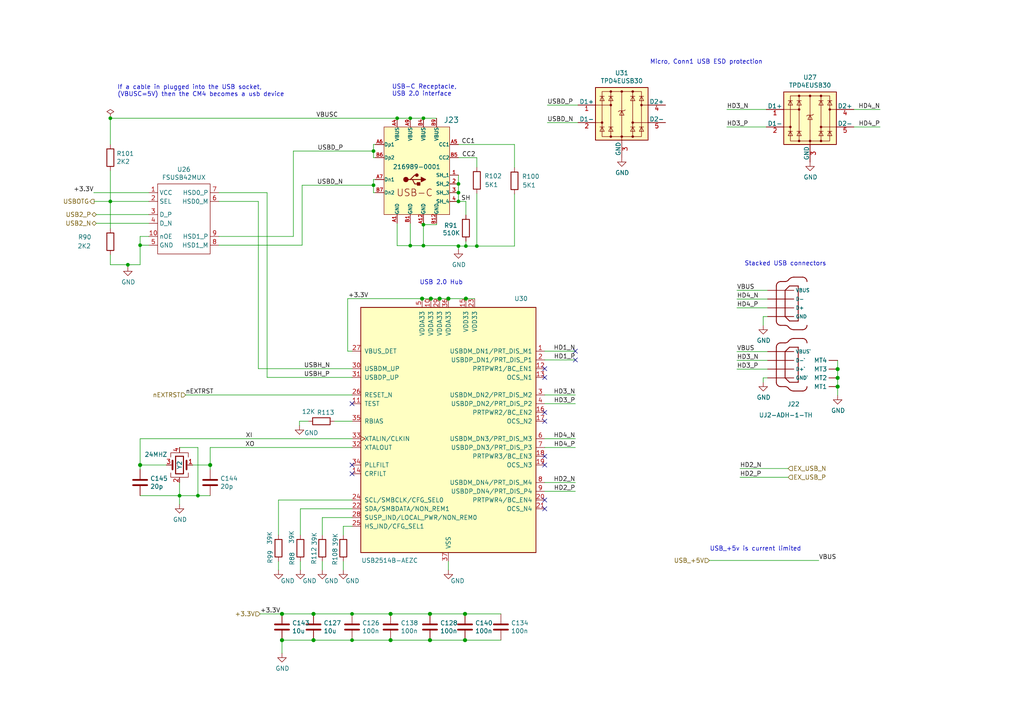
<source format=kicad_sch>
(kicad_sch (version 20231120) (generator "eeschema") (generator_version "8.0")
  (paper "A4")
  (title_block (title "Hexa-Pi") (date "2024-01/02") (rev "1.0") (company "Coxyz") (comment 1 "fjc"))
  (lib_symbols
    (symbol "CM4IO:216989-0001" (pin_names (offset 0.01))
      (property "Reference" "J" (at -19.05 -2.54 0))
      (property "Value" "216989-0001" (at -24.13 -6.35 0))
      (symbol "216989-0001_0_0"
        (text "USB-C" (at -17.78 -13.97 0) (effects (font (size 2 2))))
      )
      (symbol "216989-0001_0_1"
        (circle (center -20.32 -10.16) (radius 0.635) (stroke (width 0.254)) (fill (type outline)))
        (circle (center -17.145 -8.89) (radius 0.381) (stroke (width 0.254)) (fill (type outline)))
        (rectangle (start -16.256 -11.049) (end -17.018 -11.811) (stroke (width 0.254)) (fill (type outline)))
        (polyline (pts (xy -18.415 -10.16) (xy -15.875 -10.16)) (stroke (width 0.254)))
        (polyline (pts (xy -19.685 -10.16) (xy -19.05 -10.16) (xy -17.78 -8.89) (xy -17.145 -8.89)) (stroke (width 0.254)))
        (polyline (pts (xy -19.05 -10.16) (xy -18.415 -10.16) (xy -17.78 -11.43) (xy -16.51 -11.43)) (stroke (width 0.254)))
        (polyline (pts (xy -15.875 -9.525) (xy -15.875 -10.795) (xy -14.605 -10.16) (xy -15.875 -9.525)) (stroke (width 0.254)) (fill (type outline)))
      )
      (symbol "216989-0001_1_1"
        (rectangle (start -26.67 5.08) (end -7.62 -20.32) (fill (type background)))
        (pin passive line (at -5.08 -8.89 180) (length 2.54) (name "SH_1") (number "1"))
        (pin passive line (at -5.08 -11.43 180) (length 2.54) (name "SH_2") (number "2"))
        (pin passive line (at -5.08 -13.97 180) (length 2.54) (name "SH_3") (number "3"))
        (pin passive line (at -5.08 -16.51 180) (length 2.54) (name "SH_4") (number "4"))
        (pin power_in line (at -22.86 -22.86 90) (length 2.54) (name "GND") (number "A1"))
        (pin power_in line (at -15.24 -22.86 90) (length 2.54) (name "GND") (number "A12"))
        (pin passive line (at -22.86 7.62 270) (length 2.54) (name "VBUS") (number "A4"))
        (pin passive line (at -5.08 0 180) (length 2.54) (name "CC1") (number "A5"))
        (pin passive line (at -29.21 0 0) (length 2.54) (name "Dp1") (number "A6"))
        (pin passive line (at -29.21 -10.16 0) (length 2.54) (name "Dn1") (number "A7"))
        (pin power_in line (at -19.05 7.62 270) (length 2.54) (name "VBUS") (number "A9"))
        (pin power_in line (at -19.05 -22.86 90) (length 2.54) (name "GND") (number "B1"))
        (pin power_in line (at -11.43 -22.86 90) (length 2.54) (name "GND") (number "B12"))
        (pin passive line (at -15.24 7.62 270) (length 2.54) (name "VBUS") (number "B4"))
        (pin passive line (at -5.08 -3.81 180) (length 2.54) (name "CC2") (number "B5"))
        (pin passive line (at -29.21 -3.81 0) (length 2.54) (name "Dp2") (number "B6"))
        (pin passive line (at -29.21 -13.97 0) (length 2.54) (name "Dn2") (number "B7"))
        (pin passive line (at -11.43 7.62 270) (length 2.54) (name "VBUS") (number "B9"))
      )
    )
    (symbol "CM4IO:FSUSB42MX"
      (property "Reference" "U" (at -7.62 20.32 0))
      (property "Value" "FSUSB42MX" (at -2.54 -2.54 0))
      (symbol "FSUSB42MX_0_0"
        (pin power_in line (at 8.89 16.51 180) (length 2.54) (name "VCC") (number "1"))
        (pin input line (at 8.89 3.81 180) (length 2.54) (name "nOE") (number "10"))
        (pin input line (at 8.89 13.97 180) (length 2.54) (name "SEL") (number "2"))
        (pin bidirectional line (at 8.89 10.16 180) (length 2.54) (name "D_P") (number "3"))
        (pin bidirectional line (at 8.89 7.62 180) (length 2.54) (name "D_N") (number "4"))
        (pin power_in line (at 8.89 1.27 180) (length 2.54) (name "GND") (number "5"))
        (pin bidirectional line (at -11.43 13.97 0) (length 2.54) (name "HSD0_M") (number "6"))
        (pin bidirectional line (at -11.43 16.51 0) (length 2.54) (name "HSD0_P") (number "7"))
        (pin bidirectional line (at -11.43 1.27 0) (length 2.54) (name "HSD1_M") (number "8"))
        (pin bidirectional line (at -11.43 3.81 0) (length 2.54) (name "HSD1_P") (number "9"))
      )
      (symbol "FSUSB42MX_0_1"
        (rectangle (start -8.89 19.05) (end 6.35 -1.27))
      )
    )
    (symbol "CM4IO:TPD4EUSB30" (pin_names (offset 0))
      (property "Reference" "U" (at -0.635 8.89 0))
      (property "Value" "TPD4EUSB30" (at 8.89 -10.16 0))
      (symbol "TPD4EUSB30_0_0"
        (rectangle (start -5.715 6.477) (end 5.715 -6.604))
        (polyline (pts (xy -3.175 -6.604) (xy -3.175 6.477)))
        (polyline (pts (xy 0 6.477) (xy 0 -6.604)))
        (polyline (pts (xy 3.175 6.477) (xy 3.175 -6.604)))
      )
      (symbol "TPD4EUSB30_0_1"
        (rectangle (start -7.62 7.62) (end 7.62 -7.62) (stroke (width 0.254)) (fill (type background)))
        (circle (center -5.715 -2.54) (radius 0.2794) (fill (type outline)))
        (circle (center -3.175 -6.604) (radius 0.2794) (fill (type outline)))
        (circle (center -3.175 2.54) (radius 0.2794) (fill (type outline)))
        (circle (center -3.175 6.477) (radius 0.2794) (fill (type outline)))
        (circle (center 0 -6.604) (radius 0.2794) (fill (type outline)))
        (polyline (pts (xy -7.747 2.54) (xy -3.175 2.54)))
        (polyline (pts (xy -7.62 -2.54) (xy -5.715 -2.54)))
        (polyline (pts (xy -5.08 -3.81) (xy -6.35 -3.81)))
        (polyline (pts (xy -5.08 5.08) (xy -6.35 5.08)))
        (polyline (pts (xy -2.54 -3.81) (xy -3.81 -3.81)))
        (polyline (pts (xy -2.54 5.08) (xy -3.81 5.08)))
        (polyline (pts (xy -0.635 0.889) (xy -1.016 0.635)))
        (polyline (pts (xy 0 -6.604) (xy 0 -7.62)))
        (polyline (pts (xy 0.635 0.889) (xy -0.635 0.889)))
        (polyline (pts (xy 0.635 0.889) (xy 1.016 1.143)))
        (polyline (pts (xy 3.81 -3.81) (xy 2.54 -3.81)))
        (polyline (pts (xy 3.81 5.08) (xy 2.54 5.08)))
        (polyline (pts (xy 6.35 -3.81) (xy 5.08 -3.81)))
        (polyline (pts (xy 6.35 5.08) (xy 5.08 5.08)))
        (polyline (pts (xy 7.62 -2.54) (xy 3.175 -2.54)))
        (polyline (pts (xy 7.62 2.54) (xy 5.715 2.54)))
        (polyline (pts (xy -5.08 -5.08) (xy -6.35 -5.08) (xy -5.715 -3.81) (xy -5.08 -5.08)))
        (polyline (pts (xy -5.08 3.81) (xy -6.35 3.81) (xy -5.715 5.08) (xy -5.08 3.81)))
        (polyline (pts (xy -2.54 -5.08) (xy -3.81 -5.08) (xy -3.175 -3.81) (xy -2.54 -5.08)))
        (polyline (pts (xy -2.54 3.81) (xy -3.81 3.81) (xy -3.175 5.08) (xy -2.54 3.81)))
        (polyline (pts (xy 0.635 -0.381) (xy -0.635 -0.381) (xy 0 0.889) (xy 0.635 -0.381)))
        (polyline (pts (xy 3.81 -5.08) (xy 2.54 -5.08) (xy 3.175 -3.81) (xy 3.81 -5.08)))
        (polyline (pts (xy 3.81 3.81) (xy 2.54 3.81) (xy 3.175 5.08) (xy 3.81 3.81)))
        (polyline (pts (xy 6.35 -5.08) (xy 5.08 -5.08) (xy 5.715 -3.81) (xy 6.35 -5.08)))
        (polyline (pts (xy 6.35 3.81) (xy 5.08 3.81) (xy 5.715 5.08) (xy 6.35 3.81)))
        (circle (center 0 6.477) (radius 0.2794) (fill (type outline)))
        (circle (center 3.175 -6.604) (radius 0.2794) (fill (type outline)))
        (circle (center 3.175 -2.54) (radius 0.2794) (fill (type outline)))
        (circle (center 3.175 6.477) (radius 0.2794) (fill (type outline)))
        (circle (center 5.715 2.54) (radius 0.2794) (fill (type outline)))
      )
      (symbol "TPD4EUSB30_1_1"
        (pin passive line (at -12.7 2.54 0) (length 5.08) (name "D1+") (number "1"))
        (pin passive line (at -12.7 2.54 0) (length 5.08) hide (name "~") (number "10"))
        (pin passive line (at -12.7 -2.54 0) (length 5.08) (name "D1-") (number "2"))
        (pin power_in line (at 0 -12.7 90) (length 5.08) (name "GND") (number "3"))
        (pin passive line (at 12.7 2.54 180) (length 5.08) (name "D2+") (number "4"))
        (pin passive line (at 12.7 -2.54 180) (length 5.08) (name "D2-") (number "5"))
        (pin passive line (at 12.7 -2.54 180) (length 5.08) hide (name "~") (number "6"))
        (pin passive line (at 12.7 2.54 180) (length 5.08) hide (name "~") (number "7"))
        (pin passive line (at 0 -12.7 90) (length 5.08) hide (name "GND") (number "8"))
        (pin passive line (at -12.7 -2.54 0) (length 5.08) hide (name "~") (number "9"))
      )
    )
    (symbol "CM4IO:USB_67298-4090" (pin_numbers hide)
      (property "Reference" "J" (at -5.08 21.6408 0))
      (property "Value" "USB_67298-4090" (at -5.08 -17.8054 0))
      (symbol "USB_67298-4090_0_0"
        (arc (start -5.08 -11.43) (mid -4.708 -12.328) (end -3.81 -12.7) (stroke (width 0.254)))
        (arc (start -5.08 6.35) (mid -4.708 5.452) (end -3.81 5.08) (stroke (width 0.254)))
        (arc (start -3.81 0) (mid -4.708 -0.372) (end -5.08 -1.27) (stroke (width 0.254)))
        (arc (start -3.81 17.78) (mid -4.708 17.408) (end -5.08 16.51) (stroke (width 0.254)))
        (arc (start -2.54 0) (mid -1.972 0.1341) (end -1.524 0.508) (stroke (width 0.254)))
        (arc (start -2.54 17.78) (mid -1.972 17.9141) (end -1.524 18.288) (stroke (width 0.254)))
        (arc (start -1.524 -13.208) (mid -1.972 -12.8341) (end -2.54 -12.7) (stroke (width 0.254)))
        (arc (start -1.524 -13.208) (mid -0.8519 -13.7689) (end 0 -13.97) (stroke (width 0.254)))
        (arc (start -1.524 4.572) (mid -1.972 4.9459) (end -2.54 5.08) (stroke (width 0.254)))
        (arc (start -1.524 4.572) (mid -0.8519 4.0111) (end 0 3.81) (stroke (width 0.254)))
        (polyline (pts (xy -5.08 -1.27) (xy -5.08 -11.43)) (stroke (width 0.254)))
        (polyline (pts (xy -5.08 16.51) (xy -5.08 6.35)) (stroke (width 0.254)))
        (polyline (pts (xy -3.81 -12.7) (xy -2.54 -12.7)) (stroke (width 0.254)))
        (polyline (pts (xy -3.81 0) (xy -2.54 0)) (stroke (width 0.254)))
        (polyline (pts (xy -3.81 5.08) (xy -2.54 5.08)) (stroke (width 0.254)))
        (polyline (pts (xy -3.81 17.78) (xy -2.54 17.78)) (stroke (width 0.254)))
        (polyline (pts (xy -2.54 -10.16) (xy -1.27 -11.43)) (stroke (width 0.254)))
        (polyline (pts (xy -2.54 -2.54) (xy -2.54 -10.16)) (stroke (width 0.254)))
        (polyline (pts (xy -2.54 7.62) (xy -1.27 6.35)) (stroke (width 0.254)))
        (polyline (pts (xy -2.54 15.24) (xy -2.54 7.62)) (stroke (width 0.254)))
        (polyline (pts (xy -1.27 -11.43) (xy 1.27 -11.43)) (stroke (width 0.254)))
        (polyline (pts (xy -1.27 -1.27) (xy -2.54 -2.54)) (stroke (width 0.254)))
        (polyline (pts (xy -1.27 6.35) (xy 1.27 6.35)) (stroke (width 0.254)))
        (polyline (pts (xy -1.27 16.51) (xy -2.54 15.24)) (stroke (width 0.254)))
        (polyline (pts (xy 0 -13.97) (xy 2.54 -13.97)) (stroke (width 0.254)))
        (polyline (pts (xy 0 1.27) (xy 2.54 1.27)) (stroke (width 0.254)))
        (polyline (pts (xy 0 3.81) (xy 2.54 3.81)) (stroke (width 0.254)))
        (polyline (pts (xy 0 19.05) (xy 2.54 19.05)) (stroke (width 0.254)))
        (polyline (pts (xy 1.27 -11.43) (xy 1.27 -1.27)) (stroke (width 0.254)))
        (polyline (pts (xy 1.27 -1.27) (xy -1.27 -1.27)) (stroke (width 0.254)))
        (polyline (pts (xy 1.27 6.35) (xy 1.27 16.51)) (stroke (width 0.254)))
        (polyline (pts (xy 1.27 16.51) (xy -1.27 16.51)) (stroke (width 0.254)))
        (arc (start 0 1.27) (mid -0.8519 1.0689) (end -1.524 0.508) (stroke (width 0.254)))
        (arc (start 0 19.05) (mid -0.8519 18.8489) (end -1.524 18.288) (stroke (width 0.254)))
        (arc (start 2.54 -13.97) (mid 3.438 -13.598) (end 3.81 -12.7) (stroke (width 0.254)))
        (arc (start 2.54 3.81) (mid 3.438 4.182) (end 3.81 5.08) (stroke (width 0.254)))
        (arc (start 3.81 0) (mid 3.438 0.898) (end 2.54 1.27) (stroke (width 0.254)))
        (arc (start 3.81 17.78) (mid 3.438 18.678) (end 2.54 19.05) (stroke (width 0.254)))
        (pin power_in line (at -7.62 -2.54 0) (length 7.62) (name "VBUS`") (number "1"))
        (pin passive line (at -7.62 -5.08 0) (length 7.62) (name "D-`") (number "2"))
        (pin passive line (at -7.62 -7.62 0) (length 7.62) (name "D+`") (number "3"))
        (pin power_in line (at -7.62 -10.16 0) (length 7.62) (name "GND`") (number "4"))
        (pin power_in line (at -7.62 15.24 0) (length 7.62) (name "VBUS") (number "5"))
        (pin passive line (at -7.62 12.7 0) (length 7.62) (name "D-") (number "6"))
        (pin passive line (at -7.62 10.16 0) (length 7.62) (name "D+") (number "7"))
        (pin power_in line (at -7.62 7.62 0) (length 7.62) (name "GND") (number "8"))
        (pin passive line (at 12.7 -12.7 180) (length 2.54) (name "MT1") (number "MT1"))
        (pin passive line (at 12.7 -10.16 180) (length 2.54) (name "MT2") (number "MT2"))
        (pin passive line (at 12.7 -7.62 180) (length 2.54) (name "MT3") (number "MT3"))
        (pin passive line (at 12.7 -5.08 180) (length 2.54) (name "MT4") (number "MT4"))
      )
    )
    (symbol "Device:C" (pin_numbers hide) (pin_names (offset 0.254))
      (property "Reference" "C" (at 0.635 2.54 0))
      (property "Value" "C" (at 0.635 -2.54 0))
      (symbol "C_0_1"
        (polyline (pts (xy -2.032 -0.762) (xy 2.032 -0.762)) (stroke (width 0.508)))
        (polyline (pts (xy -2.032 0.762) (xy 2.032 0.762)) (stroke (width 0.508)))
      )
      (symbol "C_1_1"
        (pin passive line (at 0 3.81 270) (length 2.794) (name "~") (number "1"))
        (pin passive line (at 0 -3.81 90) (length 2.794) (name "~") (number "2"))
      )
    )
    (symbol "Device:Crystal_GND24" (pin_names (offset 1.016) hide)
      (property "Reference" "Y" (at 3.175 5.08 0))
      (property "Value" "Crystal_GND24" (at 3.175 3.175 0))
      (symbol "Crystal_GND24_0_1"
        (rectangle (start -1.143 2.54) (end 1.143 -2.54) (stroke (width 0.3048)))
        (polyline (pts (xy -2.54 0) (xy -2.032 0)))
        (polyline (pts (xy -2.032 -1.27) (xy -2.032 1.27)) (stroke (width 0.508)))
        (polyline (pts (xy 0 -3.81) (xy 0 -3.556)))
        (polyline (pts (xy 0 3.556) (xy 0 3.81)))
        (polyline (pts (xy 2.032 -1.27) (xy 2.032 1.27)) (stroke (width 0.508)))
        (polyline (pts (xy 2.032 0) (xy 2.54 0)))
        (polyline (pts (xy -2.54 -2.286) (xy -2.54 -3.556) (xy 2.54 -3.556) (xy 2.54 -2.286)))
        (polyline (pts (xy -2.54 2.286) (xy -2.54 3.556) (xy 2.54 3.556) (xy 2.54 2.286)))
      )
      (symbol "Crystal_GND24_1_1"
        (pin passive line (at -3.81 0 0) (length 1.27) (name "1") (number "1"))
        (pin passive line (at 0 5.08 270) (length 1.27) (name "2") (number "2"))
        (pin passive line (at 3.81 0 180) (length 1.27) (name "3") (number "3"))
        (pin passive line (at 0 -5.08 90) (length 1.27) (name "4") (number "4"))
      )
    )
    (symbol "Device:R" (pin_numbers hide) (pin_names (offset 0))
      (property "Reference" "R" (at 2.032 0 90))
      (property "Value" "R" (at 0 0 90))
      (symbol "R_0_1"
        (rectangle (start -1.016 -2.54) (end 1.016 2.54) (stroke (width 0.254)))
      )
      (symbol "R_1_1"
        (pin passive line (at 0 3.81 270) (length 1.27) (name "~") (number "1"))
        (pin passive line (at 0 -3.81 90) (length 1.27) (name "~") (number "2"))
      )
    )
    (symbol "Interface_USB:USB2514B_Bi" (pin_names (offset 1.016))
      (property "Reference" "U" (at -17.78 40.64 0))
      (property "Value" "USB2514B_Bi" (at -20.32 38.1 0))
      (symbol "USB2514B_Bi_0_1"
        (rectangle (start -25.4 35.56) (end 25.4 -35.56) (stroke (width 0.254)) (fill (type background)))
      )
      (symbol "USB2514B_Bi_1_1"
        (pin bidirectional line (at 27.94 22.86 180) (length 2.54) (name "USBDM_DN1/PRT_DIS_M1") (number "1"))
        (pin power_in line (at -5.08 38.1 270) (length 2.54) (name "VDDA33") (number "10"))
        (pin input line (at -27.94 7.62 0) (length 2.54) (name "TEST") (number "11"))
        (pin bidirectional line (at 27.94 17.78 180) (length 2.54) (name "PRTPWR1/BC_EN1") (number "12"))
        (pin input line (at 27.94 15.24 180) (length 2.54) (name "OCS_N1") (number "13"))
        (pin input line (at -27.94 -12.7 0) (length 2.54) (name "CRFILT") (number "14"))
        (pin power_in line (at 5.08 38.1 270) (length 2.54) (name "VDD33") (number "15"))
        (pin bidirectional line (at 27.94 5.08 180) (length 2.54) (name "PRTPWR2/BC_EN2") (number "16"))
        (pin input line (at 27.94 2.54 180) (length 2.54) (name "OCS_N2") (number "17"))
        (pin bidirectional line (at 27.94 -7.62 180) (length 2.54) (name "PRTPWR3/BC_EN3") (number "18"))
        (pin input line (at 27.94 -10.16 180) (length 2.54) (name "OCS_N3") (number "19"))
        (pin bidirectional line (at 27.94 20.32 180) (length 2.54) (name "USBDP_DN1/PRT_DIS_P1") (number "2"))
        (pin bidirectional line (at 27.94 -20.32 180) (length 2.54) (name "PRTPWR4/BC_EN4") (number "20"))
        (pin input line (at 27.94 -22.86 180) (length 2.54) (name "OCS_N4") (number "21"))
        (pin bidirectional line (at -27.94 -22.86 0) (length 2.54) (name "SDA/SMBDATA/NON_REM1") (number "22"))
        (pin power_in line (at 7.62 38.1 270) (length 2.54) (name "VDD33") (number "23"))
        (pin bidirectional line (at -27.94 -20.32 0) (length 2.54) (name "SCL/SMBCLK/CFG_SEL0") (number "24"))
        (pin bidirectional line (at -27.94 -27.94 0) (length 2.54) (name "HS_IND/CFG_SEL1") (number "25"))
        (pin input line (at -27.94 10.16 0) (length 2.54) (name "RESET_N") (number "26"))
        (pin input line (at -27.94 22.86 0) (length 2.54) (name "VBUS_DET") (number "27"))
        (pin bidirectional line (at -27.94 -25.4 0) (length 2.54) (name "SUSP_IND/LOCAL_PWR/NON_REM0") (number "28"))
        (pin power_in line (at -2.54 38.1 270) (length 2.54) (name "VDDA33") (number "29"))
        (pin bidirectional line (at 27.94 10.16 180) (length 2.54) (name "USBDM_DN2/PRT_DIS_M2") (number "3"))
        (pin bidirectional line (at -27.94 17.78 0) (length 2.54) (name "USBDM_UP") (number "30"))
        (pin bidirectional line (at -27.94 15.24 0) (length 2.54) (name "USBDP_UP") (number "31"))
        (pin output line (at -27.94 -5.08 0) (length 2.54) (name "XTALOUT") (number "32"))
        (pin input clock (at -27.94 -2.54 0) (length 2.54) (name "XTALIN/CLKIN") (number "33"))
        (pin input line (at -27.94 -10.16 0) (length 2.54) (name "PLLFILT") (number "34"))
        (pin input line (at -27.94 2.54 0) (length 2.54) (name "RBIAS") (number "35"))
        (pin power_in line (at 0 38.1 270) (length 2.54) (name "VDDA33") (number "36"))
        (pin power_in line (at 0 -38.1 90) (length 2.54) (name "VSS") (number "37"))
        (pin bidirectional line (at 27.94 7.62 180) (length 2.54) (name "USBDP_DN2/PRT_DIS_P2") (number "4"))
        (pin power_in line (at -7.62 38.1 270) (length 2.54) (name "VDDA33") (number "5"))
        (pin bidirectional line (at 27.94 -2.54 180) (length 2.54) (name "USBDM_DN3/PRT_DIS_M3") (number "6"))
        (pin bidirectional line (at 27.94 -5.08 180) (length 2.54) (name "USBDP_DN3/PRT_DIS_P3") (number "7"))
        (pin bidirectional line (at 27.94 -15.24 180) (length 2.54) (name "USBDM_DN4/PRT_DIS_M4") (number "8"))
        (pin bidirectional line (at 27.94 -17.78 180) (length 2.54) (name "USBDP_DN4/PRT_DIS_P4") (number "9"))
      )
    )
    (symbol "power:GND" (power) (pin_names (offset 0))
      (property "Value" "GND" (at 0 -3.81 0))
      (symbol "GND_0_1"
        (polyline (pts (xy 0 0) (xy 0 -1.27) (xy 1.27 -1.27) (xy 0 -2.54) (xy -1.27 -1.27) (xy 0 -1.27)))
      )
      (symbol "GND_1_1"
        (pin power_in line (at 0 0 270) (length 0) hide (name "GND") (number "1"))
      )
    )
    (symbol "power:PWR_FLAG" (power) (pin_numbers hide) (pin_names (offset 0) hide)
      (property "Value" "PWR_FLAG" (at 0 3.81 0))
      (symbol "PWR_FLAG_0_0"
        (pin power_out line (at 0 0 90) (length 0) (name "pwr") (number "1"))
      )
      (symbol "PWR_FLAG_0_1"
        (polyline (pts (xy 0 0) (xy 0 1.27) (xy -1.016 1.905) (xy 0 2.54) (xy 1.016 1.905) (xy 0 1.27)))
      )
    )
  )
  (junction (at 40.64 71.12))
  (junction (at 132.969 55.88))
  (junction (at 122.428 86.614) (diameter 1.016))
  (junction (at 108.331 43.815))
  (junction (at 81.788 178.054) (diameter 1.016))
  (junction (at 132.969 58.42))
  (junction (at 90.932 185.674) (diameter 1.016))
  (junction (at 118.999 34.29))
  (junction (at 124.968 86.614) (diameter 1.016))
  (junction (at 113.284 178.054) (diameter 1.016))
  (junction (at 242.951 107.061) (diameter 1.016))
  (junction (at 122.809 34.29))
  (junction (at 32.004 34.29))
  (junction (at 130.048 86.614) (diameter 1.016))
  (junction (at 135.128 71.374))
  (junction (at 57.404 143.764))
  (junction (at 135.128 86.614) (diameter 1.016))
  (junction (at 115.189 34.29))
  (junction (at 40.64 134.874) (diameter 1.016))
  (junction (at 242.951 112.141) (diameter 1.016))
  (junction (at 132.969 53.34))
  (junction (at 90.932 178.054) (diameter 1.016))
  (junction (at 124.714 178.054) (diameter 1.016))
  (junction (at 37.084 76.7842))
  (junction (at 122.809 65.151))
  (junction (at 113.284 185.674) (diameter 1.016))
  (junction (at 132.969 71.374))
  (junction (at 32.004 58.42))
  (junction (at 118.999 71.247))
  (junction (at 134.874 178.054) (diameter 1.016))
  (junction (at 108.331 53.721))
  (junction (at 127.508 86.614) (diameter 1.016))
  (junction (at 102.108 185.674) (diameter 0.9144))
  (junction (at 122.809 71.247))
  (junction (at 138.303 71.374))
  (junction (at 81.788 185.674) (diameter 1.016))
  (junction (at 60.96 134.874) (diameter 1.016))
  (junction (at 52.07 143.764))
  (junction (at 102.108 178.054) (diameter 0.914))
  (junction (at 242.951 109.601) (diameter 1.016))
  (junction (at 134.874 185.674) (diameter 1.016))
  (junction (at 124.714 185.674) (diameter 1.016))
  (no_connect (at 157.988 119.634))
  (no_connect (at 166.878 101.854))
  (no_connect (at 102.108 117.094))
  (no_connect (at 157.988 134.874))
  (no_connect (at 102.108 134.874))
  (no_connect (at 102.108 137.414))
  (no_connect (at 157.988 147.574))
  (no_connect (at 157.988 109.474))
  (no_connect (at 157.988 132.334))
  (no_connect (at 157.988 122.174))
  (no_connect (at 157.988 145.034))
  (no_connect (at 166.878 104.394))
  (no_connect (at 157.988 106.934))
  (wire (pts (xy 130.048 162.814) (xy 130.048 165.354)))
  (wire (pts (xy 115.189 34.29) (xy 118.999 34.29)))
  (wire (pts (xy 135.128 58.42) (xy 135.128 62.357)))
  (wire (pts (xy 108.331 53.721) (xy 108.331 55.88)))
  (wire (pts (xy 89.408 122.174) (xy 86.868 122.174)))
  (wire (pts (xy 122.809 64.77) (xy 122.809 65.151)))
  (wire (pts (xy 132.969 71.374) (xy 132.969 72.39)))
  (wire (pts (xy 134.874 185.674) (xy 145.288 185.674)))
  (wire (pts (xy 205.74 162.56) (xy 237.49 162.56)))
  (wire (pts (xy 32.004 73.914) (xy 32.004 76.7842)))
  (wire (pts (xy 102.108 185.674) (xy 113.284 185.674)))
  (wire (pts (xy 214.63 138.43) (xy 228.6 138.43)))
  (wire (pts (xy 85.09 68.58) (xy 85.09 43.815)))
  (wire (pts (xy 80.772 145.034) (xy 102.108 145.034)))
  (wire (pts (xy 127.508 86.614) (xy 130.048 86.614)))
  (wire (pts (xy 118.999 34.29) (xy 122.809 34.29)))
  (wire (pts (xy 74.93 106.934) (xy 102.108 106.934)))
  (wire (pts (xy 135.128 71.374) (xy 138.303 71.374)))
  (wire (pts (xy 118.999 71.247) (xy 118.999 64.77)))
  (wire (pts (xy 93.472 150.114) (xy 102.108 150.114)))
  (wire (pts (xy 132.969 55.88) (xy 132.969 58.42)))
  (wire (pts (xy 80.772 155.194) (xy 80.772 145.034)))
  (wire (pts (xy 135.128 69.977) (xy 135.128 71.374)))
  (wire (pts (xy 102.108 178.054) (xy 113.284 178.054)) (stroke (width 0.152)))
  (wire (pts (xy 63.5 68.58) (xy 85.09 68.58)))
  (wire (pts (xy 247.65 36.83) (xy 255.27 36.83)))
  (wire (pts (xy 32.004 49.53) (xy 32.004 58.42)))
  (wire (pts (xy 87.122 147.574) (xy 102.108 147.574)))
  (wire (pts (xy 40.64 134.874) (xy 48.26 134.874)))
  (wire (pts (xy 135.128 86.614) (xy 137.668 86.614)))
  (wire (pts (xy 80.772 162.814) (xy 80.772 165.354)))
  (wire (pts (xy 40.64 127.254) (xy 40.64 134.874)))
  (wire (pts (xy 124.968 86.614) (xy 127.508 86.614)))
  (wire (pts (xy 40.64 143.764) (xy 52.07 143.764)))
  (wire (pts (xy 52.07 129.794) (xy 57.404 129.794)))
  (wire (pts (xy 57.404 129.794) (xy 57.404 143.764)))
  (wire (pts (xy 63.5 71.12) (xy 87.63 71.12)))
  (wire (pts (xy 85.09 43.815) (xy 108.331 43.815)))
  (wire (pts (xy 52.07 143.764) (xy 52.07 146.304)))
  (wire (pts (xy 132.969 41.91) (xy 149.225 41.91)))
  (wire (pts (xy 99.568 155.194) (xy 99.568 152.654)))
  (wire (pts (xy 52.07 139.954) (xy 52.07 143.764)))
  (wire (pts (xy 81.788 185.674) (xy 90.932 185.674)))
  (wire (pts (xy 32.004 58.42) (xy 43.18 58.42)))
  (wire (pts (xy 213.741 84.201) (xy 222.631 84.201)))
  (wire (pts (xy 122.428 86.614) (xy 124.968 86.614)))
  (wire (pts (xy 27.178 55.88) (xy 43.18 55.88)))
  (wire (pts (xy 63.5 55.88) (xy 77.47 55.88)))
  (wire (pts (xy 86.868 122.174) (xy 86.868 123.444)))
  (wire (pts (xy 242.951 112.141) (xy 242.951 114.681)))
  (wire (pts (xy 122.809 34.29) (xy 126.619 34.29)))
  (wire (pts (xy 138.303 45.72) (xy 138.303 48.514)))
  (wire (pts (xy 213.741 89.281) (xy 222.631 89.281)))
  (wire (pts (xy 242.951 104.521) (xy 242.951 107.061)))
  (wire (pts (xy 157.988 101.854) (xy 166.878 101.854)))
  (wire (pts (xy 113.284 185.674) (xy 124.714 185.674)))
  (wire (pts (xy 77.47 109.474) (xy 102.108 109.474)))
  (wire (pts (xy 124.714 178.054) (xy 134.874 178.054)))
  (wire (pts (xy 138.303 71.374) (xy 149.225 71.374)))
  (wire (pts (xy 158.75 35.56) (xy 167.64 35.56)))
  (wire (pts (xy 134.874 178.054) (xy 145.288 178.054)))
  (wire (pts (xy 242.951 107.061) (xy 242.951 109.601)))
  (wire (pts (xy 32.004 41.91) (xy 32.004 34.29)))
  (wire (pts (xy 130.048 86.614) (xy 135.128 86.614)))
  (wire (pts (xy 157.988 139.954) (xy 166.878 139.954)))
  (wire (pts (xy 242.951 109.601) (xy 242.951 112.141)))
  (wire (pts (xy 60.96 129.794) (xy 102.108 129.794)))
  (wire (pts (xy 158.75 30.48) (xy 167.64 30.48)))
  (wire (pts (xy 108.331 41.91) (xy 108.839 41.91)))
  (wire (pts (xy 157.988 142.494) (xy 166.878 142.494)))
  (wire (pts (xy 222.631 109.601) (xy 221.361 109.601)))
  (wire (pts (xy 27.94 62.23) (xy 43.18 62.23)))
  (wire (pts (xy 132.969 50.8) (xy 132.969 53.34)))
  (wire (pts (xy 210.82 36.83) (xy 222.25 36.83)))
  (wire (pts (xy 157.988 117.094) (xy 166.878 117.094)))
  (wire (pts (xy 213.741 104.521) (xy 222.631 104.521)))
  (wire (pts (xy 115.189 71.247) (xy 115.189 64.77)))
  (wire (pts (xy 81.788 178.054) (xy 90.932 178.054)))
  (wire (pts (xy 100.838 86.614) (xy 122.428 86.614)))
  (wire (pts (xy 115.189 71.247) (xy 118.999 71.247)))
  (wire (pts (xy 90.932 178.054) (xy 102.108 178.054)) (stroke (width 0.152)))
  (wire (pts (xy 138.303 56.134) (xy 138.303 71.374)))
  (wire (pts (xy 157.988 127.254) (xy 166.878 127.254)))
  (wire (pts (xy 53.848 114.554) (xy 102.108 114.554)))
  (wire (pts (xy 93.472 162.814) (xy 93.472 165.354)))
  (wire (pts (xy 132.969 53.34) (xy 132.969 55.88)))
  (wire (pts (xy 108.331 43.815) (xy 108.331 45.72)))
  (wire (pts (xy 157.988 129.794) (xy 166.878 129.794)))
  (wire (pts (xy 40.64 71.12) (xy 43.18 71.12)))
  (wire (pts (xy 87.122 162.814) (xy 87.122 165.354)))
  (wire (pts (xy 40.64 68.58) (xy 43.18 68.58)))
  (wire (pts (xy 93.472 155.194) (xy 93.472 150.114)))
  (wire (pts (xy 37.084 77.4192) (xy 37.084 76.7842)))
  (wire (pts (xy 222.631 91.821) (xy 221.361 91.821)))
  (wire (pts (xy 32.004 58.42) (xy 32.004 66.294)))
  (wire (pts (xy 108.331 45.72) (xy 108.839 45.72)))
  (wire (pts (xy 108.331 43.815) (xy 108.331 41.91)))
  (wire (pts (xy 40.64 127.254) (xy 102.108 127.254)))
  (wire (pts (xy 63.5 58.42) (xy 74.93 58.42)))
  (wire (pts (xy 90.932 185.674) (xy 102.108 185.674)))
  (wire (pts (xy 27.305 58.42) (xy 32.004 58.42)))
  (wire (pts (xy 81.788 189.484) (xy 81.788 185.674)))
  (wire (pts (xy 113.284 178.054) (xy 124.714 178.054)))
  (wire (pts (xy 60.96 129.794) (xy 60.96 134.874)))
  (wire (pts (xy 60.96 134.874) (xy 60.96 136.144)))
  (wire (pts (xy 213.741 86.741) (xy 222.631 86.741)))
  (wire (pts (xy 157.988 104.394) (xy 166.878 104.394)))
  (wire (pts (xy 40.64 136.144) (xy 40.64 134.874)))
  (wire (pts (xy 74.93 58.42) (xy 74.93 106.934)))
  (wire (pts (xy 32.004 76.7842) (xy 37.084 76.7842)))
  (wire (pts (xy 37.084 76.7842) (xy 40.64 76.7842)))
  (wire (pts (xy 87.63 71.12) (xy 87.63 53.721)))
  (wire (pts (xy 52.07 143.764) (xy 57.404 143.764)))
  (wire (pts (xy 57.404 143.764) (xy 60.96 143.764)))
  (wire (pts (xy 75.438 178.054) (xy 81.788 178.054)))
  (wire (pts (xy 124.714 185.674) (xy 134.874 185.674)))
  (wire (pts (xy 149.225 56.261) (xy 149.225 71.374)))
  (wire (pts (xy 108.331 52.07) (xy 108.839 52.07)))
  (wire (pts (xy 213.741 107.061) (xy 222.631 107.061)))
  (wire (pts (xy 55.88 134.874) (xy 60.96 134.874)))
  (wire (pts (xy 99.568 162.814) (xy 99.568 165.354)))
  (wire (pts (xy 27.94 64.77) (xy 43.18 64.77)))
  (wire (pts (xy 40.64 71.12) (xy 40.64 76.7842)))
  (wire (pts (xy 97.028 122.174) (xy 102.108 122.174)))
  (wire (pts (xy 210.82 31.75) (xy 222.25 31.75)))
  (wire (pts (xy 126.619 64.77) (xy 126.619 65.151)))
  (wire (pts (xy 118.999 71.247) (xy 122.809 71.247)))
  (wire (pts (xy 221.361 109.601) (xy 221.361 110.871)))
  (wire (pts (xy 122.809 65.151) (xy 122.809 71.247)))
  (wire (pts (xy 214.63 135.89) (xy 228.6 135.89)))
  (wire (pts (xy 102.108 101.854) (xy 100.838 101.854)))
  (wire (pts (xy 108.331 55.88) (xy 108.839 55.88)))
  (wire (pts (xy 87.63 53.721) (xy 108.331 53.721)))
  (wire (pts (xy 100.838 101.854) (xy 100.838 86.614)))
  (wire (pts (xy 157.988 114.554) (xy 166.878 114.554)))
  (wire (pts (xy 247.65 31.75) (xy 255.27 31.75)))
  (wire (pts (xy 221.361 91.821) (xy 221.361 94.361)))
  (wire (pts (xy 132.969 71.374) (xy 132.969 71.247)))
  (wire (pts (xy 149.225 41.91) (xy 149.225 48.641)))
  (wire (pts (xy 40.64 68.58) (xy 40.64 71.12)))
  (wire (pts (xy 122.809 71.247) (xy 132.969 71.247)))
  (wire (pts (xy 32.004 34.29) (xy 115.189 34.29)))
  (wire (pts (xy 77.47 55.88) (xy 77.47 109.474)))
  (wire (pts (xy 87.122 155.194) (xy 87.122 147.574)))
  (wire (pts (xy 213.741 101.981) (xy 222.631 101.981)))
  (wire (pts (xy 132.969 71.374) (xy 135.128 71.374)))
  (wire (pts (xy 122.809 65.151) (xy 126.619 65.151)))
  (wire (pts (xy 99.568 152.654) (xy 102.108 152.654)))
  (wire (pts (xy 132.969 45.72) (xy 138.303 45.72)))
  (wire (pts (xy 108.331 52.07) (xy 108.331 53.721)))
  (wire (pts (xy 132.969 58.42) (xy 135.128 58.42)))
  (text "Micro, Conn1 USB ESD protection" (at 221.234 18.796 0) (effects (font (size 1.27 1.27)) (justify right bottom)))
  (text "Stacked USB connectors" (at 239.6998 77.2922 0) (effects (font (size 1.27 1.27)) (justify right bottom)))
  (text "USB 2.0 Hub" (at 134.2898 82.7532 0) (effects (font (size 1.27 1.27)) (justify right bottom)))
  (text "USB-C Receptacle,\nUSB 2.0 interface" (at 113.665 28.067 0) (effects (font (size 1.27 1.27)) (justify left bottom)))
  (text "USB_+5v is current limited" (at 232.41 160.02 0) (effects (font (size 1.27 1.27)) (justify right bottom)))
  (text "If a cable in plugged into the USB socket,\n(VBUSC=5V) then the CM4 becomes a usb device" (at 34.036 28.194 0) (effects (font (size 1.27 1.27)) (justify left bottom)))
  (label "HD4_P" (at 213.741 89.281 0))
  (label "HD3_P" (at 210.82 36.83 0))
  (label "HD3_P" (at 213.741 107.061 0))
  (label "USBD_N" (at 91.948 53.721 0))
  (label "VBUS" (at 213.741 84.201 0))
  (label "USBH_N" (at 88.138 106.934 0))
  (label "HD3_N" (at 166.878 114.554 180))
  (label "HD4_P" (at 255.27 36.83 180))
  (label "VBUS" (at 213.741 101.981 0))
  (label "VBUS" (at 237.49 162.56 0))
  (label "CC1" (at 133.858 41.91 0))
  (label "USBH_P" (at 88.138 109.474 0))
  (label "HD2_N" (at 166.878 139.954 180))
  (label "HD4_N" (at 166.878 127.254 180))
  (label "USBD_P" (at 158.75 30.48 0))
  (label "XI" (at 71.247 127.254 0))
  (label "HD4_P" (at 166.878 129.794 180))
  (label "HD4_N" (at 255.27 31.75 180))
  (label "HD3_N" (at 213.741 104.521 0))
  (label "USBD_N" (at 158.75 35.56 0))
  (label "SH" (at 133.731 58.42 0))
  (label "HD1_N" (at 166.878 101.854 180))
  (label "HD2_P" (at 166.878 142.494 180))
  (label "nEXTRST" (at 53.848 114.554 0))
  (label "HD2_N" (at 214.63 135.89 0))
  (label "HD1_P" (at 166.878 104.394 180))
  (label "CC2" (at 133.985 45.72 0))
  (label "XO" (at 71.12 129.794 0))
  (label "HD3_N" (at 210.82 31.75 0))
  (label "+3.3V" (at 27.178 55.88 180))
  (label "USBD_P" (at 92.075 43.815 0))
  (label "HD3_P" (at 166.878 117.094 180))
  (label "HD4_N" (at 213.741 86.741 0))
  (label "+3.3V" (at 100.965 86.614 0))
  (label "VBUSC" (at 91.694 34.29 0))
  (label "+3.3V" (at 75.438 178.054 0))
  (label "HD2_P" (at 214.63 138.43 0))
  (hierarchical_label "EX_USB_P" (shape input) (at 228.6 138.43 0))
  (hierarchical_label "USB_+5V" (shape input) (at 205.74 162.56 180))
  (hierarchical_label "+3.3V" (shape input) (at 75.438 178.054 180))
  (hierarchical_label "USBOTG" (shape output) (at 27.305 58.42 180))
  (hierarchical_label "USB2_P" (shape bidirectional) (at 27.94 62.23 180))
  (hierarchical_label "EX_USB_N" (shape input) (at 228.6 135.89 0))
  (hierarchical_label "nEXTRST" (shape input) (at 53.848 114.554 180))
  (hierarchical_label "USB2_N" (shape bidirectional) (at 27.94 64.77 180))
  (symbol (lib_id "CM4IO:USB_67298-4090") (at 230.251 99.441 0) (unit 1)
    (property "Reference" "J22" (at 228.346 117.221 0) (effects (justify left)))
    (property "Value" "UJ2-ADH-1-TH" (at 220.091 120.396 0) (effects (justify left)))
    (property "Footprint" "CM4IO:MOLEX_USB_67298-4090" (effects (hide yes)))
    (property "Datasheet" "https://www.cuidevices.com/product/resource/uj2-adh-th.pdf" (effects (hide yes)))
    (property "LCSC Part #" "C12049" (effects (hide yes)))
    (property "Part Description" "Dual USB 2.0 2 8P Female Type-A Plugin USB Connector TH" (effects (hide yes)))
    (property "Special" "TH" (effects (hide yes)))
  )
  (symbol (lib_id "Device:R") (at 32.004 45.72 0) (unit 1)
    (property "Reference" "R101" (at 33.782 44.5516 0) (effects (justify left)))
    (property "Value" "2K2" (at 33.782 46.863 0) (effects (justify left)))
    (property "Footprint" "Resistor_SMD:R_0603_1608Metric" (effects (hide yes)))
    (property "LCSC Part #" "C4190" (effects (hide yes)))
    (property "Part Description" "100mW ±1% 2.2kΩ 0603 Chip Resistor - Surface Mount" (effects (hide yes)))
  )
  (symbol (lib_id "power:GND") (at 221.361 94.361 0) (unit 1)
    (property "Reference" "#PWR0123" (effects (hide yes)))
    (property "Value" "GND" (at 221.488 98.7552 0))
  )
  (symbol (lib_id "power:GND") (at 221.361 110.871 0) (unit 1)
    (property "Reference" "#PWR0124" (effects (hide yes)))
    (property "Value" "GND" (at 221.488 115.2652 0))
  )
  (symbol (lib_id "Device:R") (at 32.004 70.104 0) (unit 1)
    (property "Reference" "R90" (at 22.6264 68.7696 0) (effects (justify left)))
    (property "Value" "2K2" (at 22.479 71.374 0) (effects (justify left)))
    (property "Footprint" "Resistor_SMD:R_0603_1608Metric" (effects (hide yes)))
    (property "LCSC Part #" "C4190" (effects (hide yes)))
    (property "Part Description" "100mW ±1% 2.2kΩ 0603 Chip Resistor - Surface Mount" (effects (hide yes)))
  )
  (symbol (lib_id "Interface_USB:USB2514B_Bi") (at 130.048 124.714 0) (unit 1)
    (property "Reference" "U30" (at 151.13 86.614 0))
    (property "Value" "USB2514B-AEZC" (at 113.03 162.56 0))
    (property "Footprint" "Package_DFN_QFN:QFN-36-1EP_6x6mm_P0.5mm_EP3.7x3.7mm" (effects (hide yes)))
    (property "Datasheet" "http://ww1.microchip.com/downloads/en/DeviceDoc/00001692C.pdf" (effects (hide yes)))
    (property "LCSC Part #" "C16251" (effects (hide yes)))
    (property "Part Description" "USB 4 Port Hub VQFN-36-EP(6x6)" (effects (hide yes)))
  )
  (symbol (lib_id "power:GND") (at 86.868 123.444 0) (unit 1)
    (property "Reference" "#PWR0114" (effects (hide yes)))
    (property "Value" "GND" (at 90.297 125.5522 0))
  )
  (symbol (lib_id "Device:R") (at 93.472 159.004 0) (unit 1)
    (property "Reference" "R112" (at 91.059 163.735 90) (effects (justify left)))
    (property "Value" "39K" (at 91.186 158.242 90) (effects (justify left)))
    (property "Footprint" "Resistor_SMD:R_0603_1608Metric" (effects (hide yes)))
    (property "LCSC Part #" "C23153" (effects (hide yes)))
    (property "Part Description" "100mW ±1% 39kΩ 0603 Chip Resistor - Surface Mount" (effects (hide yes)))
  )
  (symbol (lib_id "Device:R") (at 87.122 159.004 0) (unit 1)
    (property "Reference" "R88" (at 84.709 163.989 90) (effects (justify left)))
    (property "Value" "39K" (at 84.582 157.734 90) (effects (justify left)))
    (property "Footprint" "Resistor_SMD:R_0603_1608Metric" (effects (hide yes)))
    (property "LCSC Part #" "C23153" (effects (hide yes)))
    (property "Part Description" "100mW ±1% 39kΩ 0603 Chip Resistor - Surface Mount" (effects (hide yes)))
  )
  (symbol (lib_id "Device:R") (at 80.772 159.004 0) (unit 1)
    (property "Reference" "R99" (at 78.359 163.481 90) (effects (justify left)))
    (property "Value" "39K" (at 78.232 157.988 90) (effects (justify left)))
    (property "Footprint" "Resistor_SMD:R_0603_1608Metric" (effects (hide yes)))
    (property "LCSC Part #" "C23153" (effects (hide yes)))
    (property "Part Description" "100mW ±1% 39kΩ 0603 Chip Resistor - Surface Mount" (effects (hide yes)))
  )
  (symbol (lib_id "power:GND") (at 80.772 165.354 0) (unit 1)
    (property "Reference" "#PWR0111" (effects (hide yes)))
    (property "Value" "GND" (at 83.439 168.4782 0))
  )
  (symbol (lib_id "power:GND") (at 87.122 165.354 0) (unit 1)
    (property "Reference" "#PWR0113" (effects (hide yes)))
    (property "Value" "GND" (at 89.789 168.4782 0))
  )
  (symbol (lib_id "power:GND") (at 93.472 165.354 0) (unit 1)
    (property "Reference" "#PWR0115" (effects (hide yes)))
    (property "Value" "GND" (at 96.139 168.4782 0))
  )
  (symbol (lib_id "power:GND") (at 99.568 165.354 0) (unit 1)
    (property "Reference" "#PWR0116" (effects (hide yes)))
    (property "Value" "GND" (at 102.235 168.4782 0))
  )
  (symbol (lib_id "power:GND") (at 242.951 114.681 0) (unit 1)
    (property "Reference" "#PWR0128" (effects (hide yes)))
    (property "Value" "GND" (at 243.078 119.0752 0))
  )
  (symbol (lib_id "power:GND") (at 132.969 72.39 0) (unit 1)
    (property "Reference" "#PWR0117" (effects (hide yes)))
    (property "Value" "GND" (at 133.096 76.7842 0))
  )
  (symbol (lib_id "power:GND") (at 130.048 165.354 0) (unit 1)
    (property "Reference" "#PWR0134" (effects (hide yes)))
    (property "Value" "GND" (at 132.715 168.4782 0))
  )
  (symbol (lib_id "Device:R") (at 93.218 122.174 90) (unit 1)
    (property "Reference" "R113" (at 97.028 119.634 90) (effects (justify left)))
    (property "Value" "12K" (at 91.44 119.38 90) (effects (justify left)))
    (property "Footprint" "Resistor_SMD:R_0603_1608Metric" (effects (hide yes)))
    (property "LCSC Part #" "C22790" (effects (hide yes)))
    (property "Part Description" "100mW ±1% 12kΩ 0603 Chip Resistor - Surface Mount" (effects (hide yes)))
  )
  (symbol (lib_id "Device:R") (at 99.568 159.004 0) (unit 1)
    (property "Reference" "R108" (at 97.155 163.989 90) (effects (justify left)))
    (property "Value" "39K" (at 97.282 158.496 90) (effects (justify left)))
    (property "Footprint" "Resistor_SMD:R_0603_1608Metric" (effects (hide yes)))
    (property "LCSC Part #" "C23153" (effects (hide yes)))
    (property "Part Description" "100mW ±1% 39kΩ 0603 Chip Resistor - Surface Mount" (effects (hide yes)))
  )
  (symbol (lib_id "Device:C") (at 113.284 181.864 0) (unit 1)
    (property "Reference" "C138" (at 116.205 180.6956 0) (effects (justify left)))
    (property "Value" "100n" (at 116.205 183.007 0) (effects (justify left)))
    (property "Footprint" "Capacitor_SMD:C_0402_1005Metric" (effects (hide yes)))
    (property "Datasheet" "https://search.murata.co.jp/Ceramy/image/img/A01X/G101/ENG/GRM21BR71A106KA73-01.pdf" (effects (hide yes)))
    (property "LCSC Part #" "C1525" (effects (hide yes)))
    (property "Part Description" "50V 100nF X7R ±10% 0402 Multilayer Ceramic Capacitors MLCC" (effects (hide yes)))
  )
  (symbol (lib_id "Device:C") (at 124.714 181.864 0) (unit 1)
    (property "Reference" "C128" (at 127.635 180.6956 0) (effects (justify left)))
    (property "Value" "100n" (at 127.635 183.007 0) (effects (justify left)))
    (property "Footprint" "Capacitor_SMD:C_0402_1005Metric" (effects (hide yes)))
    (property "Datasheet" "https://search.murata.co.jp/Ceramy/image/img/A01X/G101/ENG/GRM21BR71A106KA73-01.pdf" (effects (hide yes)))
    (property "LCSC Part #" "C1525" (effects (hide yes)))
    (property "Part Description" "50V 100nF X7R ±10% 0402 Multilayer Ceramic Capacitors MLCC" (effects (hide yes)))
  )
  (symbol (lib_id "Device:C") (at 134.874 181.864 0) (unit 1)
    (property "Reference" "C140" (at 137.795 180.6956 0) (effects (justify left)))
    (property "Value" "100n" (at 137.795 183.007 0) (effects (justify left)))
    (property "Footprint" "Capacitor_SMD:C_0402_1005Metric" (effects (hide yes)))
    (property "Datasheet" "https://search.murata.co.jp/Ceramy/image/img/A01X/G101/ENG/GRM21BR71A106KA73-01.pdf" (effects (hide yes)))
    (property "LCSC Part #" "C1525" (effects (hide yes)))
    (property "Part Description" "50V 100nF X7R ±10% 0402 Multilayer Ceramic Capacitors MLCC" (effects (hide yes)))
  )
  (symbol (lib_id "Device:C") (at 102.108 181.864 0) (unit 1)
    (property "Reference" "C126" (at 105.029 180.6956 0) (effects (justify left)))
    (property "Value" "100n" (at 105.029 183.007 0) (effects (justify left)))
    (property "Footprint" "Capacitor_SMD:C_0402_1005Metric" (effects (hide yes)))
    (property "Datasheet" "https://search.murata.co.jp/Ceramy/image/img/A01X/G101/ENG/GRM21BR71A106KA73-01.pdf" (effects (hide yes)))
    (property "LCSC Part #" "C1525" (effects (hide yes)))
    (property "Part Description" "50V 100nF X7R ±10% 0402 Multilayer Ceramic Capacitors MLCC" (effects (hide yes)))
  )
  (symbol (lib_id "power:GND") (at 81.788 189.484 0) (unit 1)
    (property "Reference" "#PWR0112" (effects (hide yes)))
    (property "Value" "GND" (at 81.915 193.8782 0))
  )
  (symbol (lib_id "Device:C") (at 81.788 181.864 0) (unit 1)
    (property "Reference" "C143" (at 84.709 180.6956 0) (effects (justify left)))
    (property "Value" "10u" (at 84.709 183.007 0) (effects (justify left)))
    (property "Footprint" "Capacitor_SMD:C_0402_1005Metric" (effects (hide yes)))
    (property "Datasheet" "http://www.samsungsem.com/kr/support/product-search/mlcc/CL21B106KPQNNNE.jsp" (effects (hide yes)))
    (property "LCSC Part #" "C15525" (effects (hide yes)))
    (property "Part Description" "6.3V 10uF X5R ±10% 0402 Multilayer Ceramic Capacitors MLCC" (effects (hide yes)))
  )
  (symbol (lib_id "Device:C") (at 90.932 181.864 0) (unit 1)
    (property "Reference" "C127" (at 93.853 180.6956 0) (effects (justify left)))
    (property "Value" "10u" (at 93.853 183.007 0) (effects (justify left)))
    (property "Footprint" "Capacitor_SMD:C_0402_1005Metric" (effects (hide yes)))
    (property "Datasheet" "http://www.samsungsem.com/kr/support/product-search/mlcc/CL21B106KPQNNNE.jsp" (effects (hide yes)))
    (property "LCSC Part #" "C15525" (effects (hide yes)))
    (property "Part Description" "6.3V 10uF X5R ±10% 0402 Multilayer Ceramic Capacitors MLCC" (effects (hide yes)))
  )
  (symbol (lib_id "Device:C") (at 40.64 139.954 0) (unit 1)
    (property "Reference" "C145" (at 43.561 138.7856 0) (effects (justify left)))
    (property "Value" "20p" (at 43.561 141.097 0) (effects (justify left)))
    (property "Footprint" "Capacitor_SMD:C_0603_1608Metric" (effects (hide yes)))
    (property "Datasheet" "https://search.murata.co.jp/Ceramy/image/img/A01X/G101/ENG/GJM1555C1H270JB01-01.pdf" (effects (hide yes)))
    (property "LCSC Part #" " C1648" (effects (hide yes)))
    (property "Part Description" "50V 20pF C0G ±5% 0603 Multilayer Ceramic Capacitors MLCC" (effects (hide yes)))
  )
  (symbol (lib_id "Device:C") (at 60.96 139.954 0) (unit 1)
    (property "Reference" "C144" (at 63.881 138.7856 0) (effects (justify left)))
    (property "Value" "20p" (at 63.881 141.097 0) (effects (justify left)))
    (property "Footprint" "Capacitor_SMD:C_0603_1608Metric" (effects (hide yes)))
    (property "Datasheet" "https://search.murata.co.jp/Ceramy/image/img/A01X/G101/ENG/GJM1555C1H270JB01-01.pdf" (effects (hide yes)))
    (property "LCSC Part #" " C1648" (effects (hide yes)))
    (property "Part Description" "50V 20pF C0G ±5% 0603 Multilayer Ceramic Capacitors MLCC" (effects (hide yes)))
  )
  (symbol (lib_id "power:GND") (at 52.07 146.304 0) (unit 1)
    (property "Reference" "#PWR0110" (effects (hide yes)))
    (property "Value" "GND" (at 52.197 150.6982 0))
  )
  (symbol (lib_id "power:GND") (at 234.95 46.99 0) (unit 1)
    (property "Reference" "#PWR0119" (effects (hide yes)))
    (property "Value" "GND" (at 235.077 51.3842 0))
  )
  (symbol (lib_id "Device:C") (at 145.288 181.864 0) (unit 1)
    (property "Reference" "C134" (at 148.209 180.6956 0) (effects (justify left)))
    (property "Value" "100n" (at 148.209 183.007 0) (effects (justify left)))
    (property "Footprint" "Capacitor_SMD:C_0402_1005Metric" (effects (hide yes)))
    (property "Datasheet" "https://search.murata.co.jp/Ceramy/image/img/A01X/G101/ENG/GRM21BR71A106KA73-01.pdf" (effects (hide yes)))
    (property "LCSC Part #" "C1525" (effects (hide yes)))
    (property "Part Description" "50V 100nF X7R ±10% 0402 Multilayer Ceramic Capacitors MLCC" (effects (hide yes)))
  )
  (symbol (lib_id "CM4IO:TPD4EUSB30") (at 234.95 34.29 0) (unit 1)
    (property "Reference" "U27" (at 234.95 22.4282 0))
    (property "Value" "TPD4EUSB30" (at 234.95 24.7396 0))
    (property "Footprint" "Package_SON:USON-10_2.5x1.0mm_P0.5mm" (effects (hide yes)))
    (property "Datasheet" "http://www.ti.com/lit/ds/symlink/tpd2eusb30a.pdf" (effects (hide yes)))
    (property "LCSC Part #" "C558427" (effects (hide yes)))
    (property "Part Description" "DFN2510-10 Electrostatic and Surge Protection *4 (TVS/ESD)" (effects (hide yes)))
  )
  (symbol (lib_id "Device:Crystal_GND24") (at 52.07 134.874 180) (unit 1)
    (property "Reference" "Y2" (at 52.0699 136.144 90) (effects (justify right)))
    (property "Value" "24MHZ" (at 41.9099 131.826 0) (effects (justify right)))
    (property "Footprint" "Crystal:Crystal_SMD_3225-4Pin_3.2x2.5mm" (effects (hide yes)))
    (property "Datasheet" "https://datasheet.lcsc.com/lcsc/2103291204_Yangxing-Tech-X322524MRB4SI_C70571.pdf" (effects (hide yes)))
    (property "LCSC Part #" "C70571" (effects (hide yes)))
    (property "Part Description" "24MHz 18pF ±10ppm SMD3225-4P Crystal" (effects (hide yes)))
  )
  (symbol (lib_id "CM4IO:216989-0001") (at 138.049 41.91 0) (unit 1)
    (property "Reference" "J23" (at 128.651 34.798 0) (effects (font (size 1.6 1.6)) (justify left)))
    (property "Value" "216989-0001" (at 113.919 48.387 0) (effects (justify left)))
    (property "Footprint" "CM4IO:Molex-216989-0001-MFG" (effects (hide yes)))
    (property "Datasheet" "https://www.molex.com/webdocs/datasheets/pdf/en-us/2169890001_IO_CONNECTORS.pdf" (effects (hide yes)))
    (property "Part Description" "USB-C female receptacle RA - Through Hole" (effects (hide yes)))
    (property "Manuf Partno" "216989-0001" (effects (hide yes)))
    (property "Special" "TH" (effects (hide yes)))
    (property "LCSC Part #" "NA" (effects (hide yes)))
  )
  (symbol (lib_id "power:GND") (at 37.084 77.4192 0) (unit 1)
    (property "Reference" "#PWR0133" (effects (hide yes)))
    (property "Value" "GND" (at 37.211 81.8134 0))
  )
  (symbol (lib_id "power:PWR_FLAG") (at 32.004 34.29 0) (unit 1)
    (property "Reference" "#FLG0119" (effects (hide yes)))
    (property "Value" "PWR_FLAG" (effects (hide yes)))
  )
  (symbol (lib_id "Device:R") (at 135.128 66.167 0) (mirror y) (unit 1)
    (property "Reference" "R91" (at 132.715 65.405 0) (effects (justify left)))
    (property "Value" "510K" (at 133.477 67.564 0) (effects (justify left)))
    (property "Footprint" "Resistor_SMD:R_0603_1608Metric" (effects (hide yes)))
    (property "LCSC Part #" "C23192" (effects (hide yes)))
    (property "Part Description" "100mW ±1% 510kΩ 0603 Chip Resistor - Surface Mount" (effects (hide yes)))
  )
  (symbol (lib_id "power:GND") (at 180.34 45.72 0) (unit 1)
    (property "Reference" "#PWR0149" (effects (hide yes)))
    (property "Value" "GND" (at 180.467 50.1142 0))
  )
  (symbol (lib_id "Device:R") (at 138.303 52.324 0) (unit 1)
    (property "Reference" "R102" (at 140.462 51.054 0) (effects (justify left)))
    (property "Value" "5K1" (at 140.589 53.594 0) (effects (justify left)))
    (property "Footprint" "Resistor_SMD:R_0603_1608Metric" (effects (hide yes)))
    (property "LCSC Part #" "C23186" (effects (hide yes)))
    (property "Part Description" "100mW ±1% 5.1kΩ 0603 Chip Resistor - Surface Mount" (effects (hide yes)))
  )
  (symbol (lib_id "CM4IO:FSUSB42MX") (at 52.07 72.39 0) (mirror y) (unit 1)
    (property "Reference" "U26" (at 53.34 49.149 0))
    (property "Value" "FSUSB42MUX" (at 53.34 51.4604 0))
    (property "Footprint" "Package_SO:MSOP-10_3x3mm_P0.5mm" (effects (hide yes)))
    (property "Datasheet" "https://www.onsemi.com/pub/Collateral/FSUSB42-D.PDF" (effects (hide yes)))
    (property "Part Description" "USB Switch IC 1 Channel 10-MSOP" (effects (hide yes)))
    (property "LCSC Part #" "C11355" (effects (hide yes)))
    (instances (project "Hexa-Pi_1.1" (path "" (reference "U26") (unit 1))) (project "CM4IOv5" (path "" (reference "U13") (unit 1))))
  )
  (symbol (lib_id "CM4IO:TPD4EUSB30") (at 180.34 33.02 0) (unit 1)
    (property "Reference" "U31" (at 180.34 21.1582 0))
    (property "Value" "TPD4EUSB30" (at 180.34 23.4696 0))
    (property "Footprint" "Package_SON:USON-10_2.5x1.0mm_P0.5mm" (effects (hide yes)))
    (property "Datasheet" "http://www.ti.com/lit/ds/symlink/tpd2eusb30a.pdf" (effects (hide yes)))
    (property "LCSC Part #" "C558427" (effects (hide yes)))
    (property "Part Description" "DFN2510-10 Electrostatic and Surge Protection *4 (TVS/ESD)" (effects (hide yes)))
  )
  (symbol (lib_id "Device:R") (at 149.225 52.451 0) (unit 1)
    (property "Reference" "R100" (at 151.384 51.181 0) (effects (justify left)))
    (property "Value" "5K1" (at 151.511 53.721 0) (effects (justify left)))
    (property "Footprint" "Resistor_SMD:R_0603_1608Metric" (effects (hide yes)))
    (property "LCSC Part #" "C23186" (effects (hide yes)))
    (property "Part Description" "100mW ±1% 5.1kΩ 0603 Chip Resistor - Surface Mount" (effects (hide yes)))
  )
)
</source>
